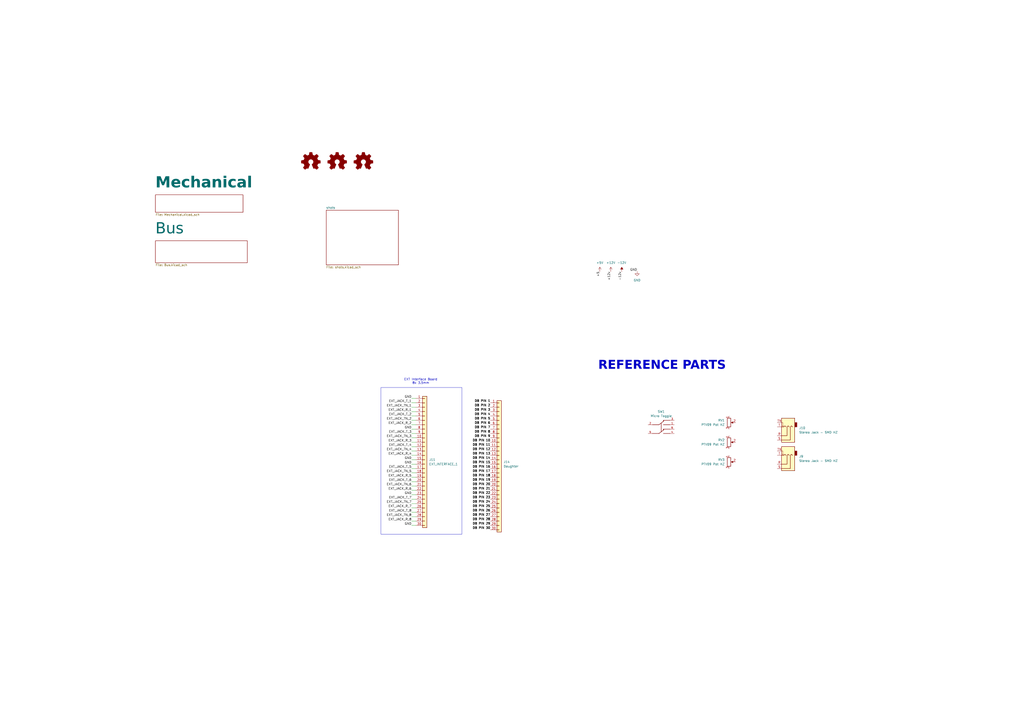
<source format=kicad_sch>
(kicad_sch (version 20231120) (generator "eeschema") (generator_version "8.0")
  (paper "A2")
  (title_block (title "Audio Thing Template") (date "2024-11-13") (rev "1.0") (company "velvia-fifty") (comment 1 "https://github.com/velvia-fifty/AudioThings") (comment 2 "You should have changed this already :)") (comment 4 "Stay humble"))
  (lib_symbols
    (symbol "AT-Symbols:DPDT Micro 1825138-7" (pin_names (offset 1.016))
      (property "Reference" "SW" (at -3.8172 6.362 0))
      (property "Value" "1825138-7" (at -3.8107 -5.7161 0))
      (symbol "DPDT Micro 1825138-7_0_0"
        (polyline (pts (xy -5.08 -2.54) (xy -1.27 -2.54)) (stroke (width 0.254)))
        (polyline (pts (xy -5.08 2.54) (xy -1.27 2.54)) (stroke (width 0.254)))
        (polyline (pts (xy -1.27 -2.54) (xy 1.5875 -0.3175)) (stroke (width 0.254)))
        (polyline (pts (xy -1.27 2.54) (xy 1.5875 4.7625)) (stroke (width 0.254)))
        (polyline (pts (xy 0 3.4925) (xy 0 -1.5875)) (stroke (width 0.254)))
        (polyline (pts (xy 1.27 -2.54) (xy 5.08 -2.54)) (stroke (width 0.254)))
        (polyline (pts (xy 1.27 0) (xy 1.27 -0.635)) (stroke (width 0.254)))
        (polyline (pts (xy 1.27 0) (xy 5.08 0)) (stroke (width 0.254)))
        (polyline (pts (xy 1.27 2.54) (xy 5.08 2.54)) (stroke (width 0.254)))
        (polyline (pts (xy 1.27 5.08) (xy 1.27 4.445)) (stroke (width 0.254)))
        (polyline (pts (xy 1.27 5.08) (xy 5.08 5.08)) (stroke (width 0.254)))
        (pin passive line (at 7.62 2.54 180) (length 2.54) (name "~") (number "1"))
        (pin passive line (at -7.62 2.54 0) (length 2.54) (name "~") (number "2"))
        (pin passive line (at 7.62 5.08 180) (length 2.54) (name "~") (number "3"))
        (pin passive line (at 7.62 -2.54 180) (length 2.54) (name "~") (number "4"))
        (pin passive line (at -7.62 -2.54 0) (length 2.54) (name "~") (number "5"))
        (pin passive line (at 7.62 0 180) (length 2.54) (name "~") (number "6"))
      )
    )
    (symbol "Connector_Audio:AudioJack3_SwitchT"
      (property "Reference" "J" (at 0 8.89 0))
      (property "Value" "AudioJack3_SwitchT" (at 0 6.35 0))
      (symbol "AudioJack3_SwitchT_0_1"
        (rectangle (start -5.08 -5.08) (end -6.35 -7.62) (stroke (width 0.254)) (fill (type outline)))
        (polyline (pts (xy 1.778 -5.334) (xy 2.032 -5.842)))
        (polyline (pts (xy 0 -5.08) (xy 0.635 -5.715) (xy 1.27 -5.08) (xy 2.54 -5.08)) (stroke (width 0.254)))
        (polyline (pts (xy 2.54 -7.62) (xy 1.778 -7.62) (xy 1.778 -5.334) (xy 1.524 -5.842)))
        (polyline (pts (xy -1.905 -5.08) (xy -1.27 -5.715) (xy -0.635 -5.08) (xy -0.635 0) (xy 2.54 0)) (stroke (width 0.254)))
        (polyline (pts (xy 2.54 2.54) (xy -2.54 2.54) (xy -2.54 -5.08) (xy -3.175 -5.715) (xy -3.81 -5.08)) (stroke (width 0.254)))
        (rectangle (start 2.54 3.81) (end -5.08 -10.16) (stroke (width 0.254)) (fill (type background)))
      )
      (symbol "AudioJack3_SwitchT_1_1"
        (pin passive line (at 5.08 0 180) (length 2.54) (name "~") (number "R"))
        (pin passive line (at 5.08 2.54 180) (length 2.54) (name "~") (number "S"))
        (pin passive line (at 5.08 -5.08 180) (length 2.54) (name "~") (number "T"))
        (pin passive line (at 5.08 -7.62 180) (length 2.54) (name "~") (number "TN"))
      )
    )
    (symbol "Connector_Generic:Conn_01x30" (pin_names (offset 1.016) hide)
      (property "Reference" "J" (at 0 38.1 0))
      (property "Value" "Conn_01x30" (at 0 -40.64 0))
      (symbol "Conn_01x30_1_1"
        (rectangle (start -1.27 -37.973) (end 0 -38.227) (stroke (width 0.1524)))
        (rectangle (start -1.27 -35.433) (end 0 -35.687) (stroke (width 0.1524)))
        (rectangle (start -1.27 -32.893) (end 0 -33.147) (stroke (width 0.1524)))
        (rectangle (start -1.27 -30.353) (end 0 -30.607) (stroke (width 0.1524)))
        (rectangle (start -1.27 -27.813) (end 0 -28.067) (stroke (width 0.1524)))
        (rectangle (start -1.27 -25.273) (end 0 -25.527) (stroke (width 0.1524)))
        (rectangle (start -1.27 -22.733) (end 0 -22.987) (stroke (width 0.1524)))
        (rectangle (start -1.27 -20.193) (end 0 -20.447) (stroke (width 0.1524)))
        (rectangle (start -1.27 -17.653) (end 0 -17.907) (stroke (width 0.1524)))
        (rectangle (start -1.27 -15.113) (end 0 -15.367) (stroke (width 0.1524)))
        (rectangle (start -1.27 -12.573) (end 0 -12.827) (stroke (width 0.1524)))
        (rectangle (start -1.27 -10.033) (end 0 -10.287) (stroke (width 0.1524)))
        (rectangle (start -1.27 -7.493) (end 0 -7.747) (stroke (width 0.1524)))
        (rectangle (start -1.27 -4.953) (end 0 -5.207) (stroke (width 0.1524)))
        (rectangle (start -1.27 -2.413) (end 0 -2.667) (stroke (width 0.1524)))
        (rectangle (start -1.27 0.127) (end 0 -0.127) (stroke (width 0.1524)))
        (rectangle (start -1.27 2.667) (end 0 2.413) (stroke (width 0.1524)))
        (rectangle (start -1.27 5.207) (end 0 4.953) (stroke (width 0.1524)))
        (rectangle (start -1.27 7.747) (end 0 7.493) (stroke (width 0.1524)))
        (rectangle (start -1.27 10.287) (end 0 10.033) (stroke (width 0.1524)))
        (rectangle (start -1.27 12.827) (end 0 12.573) (stroke (width 0.1524)))
        (rectangle (start -1.27 15.367) (end 0 15.113) (stroke (width 0.1524)))
        (rectangle (start -1.27 17.907) (end 0 17.653) (stroke (width 0.1524)))
        (rectangle (start -1.27 20.447) (end 0 20.193) (stroke (width 0.1524)))
        (rectangle (start -1.27 22.987) (end 0 22.733) (stroke (width 0.1524)))
        (rectangle (start -1.27 25.527) (end 0 25.273) (stroke (width 0.1524)))
        (rectangle (start -1.27 28.067) (end 0 27.813) (stroke (width 0.1524)))
        (rectangle (start -1.27 30.607) (end 0 30.353) (stroke (width 0.1524)))
        (rectangle (start -1.27 33.147) (end 0 32.893) (stroke (width 0.1524)))
        (rectangle (start -1.27 35.687) (end 0 35.433) (stroke (width 0.1524)))
        (rectangle (start -1.27 36.83) (end 1.27 -39.37) (stroke (width 0.254)) (fill (type background)))
        (pin passive line (at -5.08 35.56 0) (length 3.81) (name "Pin_1") (number "1"))
        (pin passive line (at -5.08 12.7 0) (length 3.81) (name "Pin_10") (number "10"))
        (pin passive line (at -5.08 10.16 0) (length 3.81) (name "Pin_11") (number "11"))
        (pin passive line (at -5.08 7.62 0) (length 3.81) (name "Pin_12") (number "12"))
        (pin passive line (at -5.08 5.08 0) (length 3.81) (name "Pin_13") (number "13"))
        (pin passive line (at -5.08 2.54 0) (length 3.81) (name "Pin_14") (number "14"))
        (pin passive line (at -5.08 0 0) (length 3.81) (name "Pin_15") (number "15"))
        (pin passive line (at -5.08 -2.54 0) (length 3.81) (name "Pin_16") (number "16"))
        (pin passive line (at -5.08 -5.08 0) (length 3.81) (name "Pin_17") (number "17"))
        (pin passive line (at -5.08 -7.62 0) (length 3.81) (name "Pin_18") (number "18"))
        (pin passive line (at -5.08 -10.16 0) (length 3.81) (name "Pin_19") (number "19"))
        (pin passive line (at -5.08 33.02 0) (length 3.81) (name "Pin_2") (number "2"))
        (pin passive line (at -5.08 -12.7 0) (length 3.81) (name "Pin_20") (number "20"))
        (pin passive line (at -5.08 -15.24 0) (length 3.81) (name "Pin_21") (number "21"))
        (pin passive line (at -5.08 -17.78 0) (length 3.81) (name "Pin_22") (number "22"))
        (pin passive line (at -5.08 -20.32 0) (length 3.81) (name "Pin_23") (number "23"))
        (pin passive line (at -5.08 -22.86 0) (length 3.81) (name "Pin_24") (number "24"))
        (pin passive line (at -5.08 -25.4 0) (length 3.81) (name "Pin_25") (number "25"))
        (pin passive line (at -5.08 -27.94 0) (length 3.81) (name "Pin_26") (number "26"))
        (pin passive line (at -5.08 -30.48 0) (length 3.81) (name "Pin_27") (number "27"))
        (pin passive line (at -5.08 -33.02 0) (length 3.81) (name "Pin_28") (number "28"))
        (pin passive line (at -5.08 -35.56 0) (length 3.81) (name "Pin_29") (number "29"))
        (pin passive line (at -5.08 30.48 0) (length 3.81) (name "Pin_3") (number "3"))
        (pin passive line (at -5.08 -38.1 0) (length 3.81) (name "Pin_30") (number "30"))
        (pin passive line (at -5.08 27.94 0) (length 3.81) (name "Pin_4") (number "4"))
        (pin passive line (at -5.08 25.4 0) (length 3.81) (name "Pin_5") (number "5"))
        (pin passive line (at -5.08 22.86 0) (length 3.81) (name "Pin_6") (number "6"))
        (pin passive line (at -5.08 20.32 0) (length 3.81) (name "Pin_7") (number "7"))
        (pin passive line (at -5.08 17.78 0) (length 3.81) (name "Pin_8") (number "8"))
        (pin passive line (at -5.08 15.24 0) (length 3.81) (name "Pin_9") (number "9"))
      )
    )
    (symbol "Device:R_Potentiometer" (pin_names (offset 1.016) hide)
      (property "Reference" "RV" (at -4.445 0 90))
      (property "Value" "R_Potentiometer" (at -2.54 0 90))
      (symbol "R_Potentiometer_0_1"
        (polyline (pts (xy 2.54 0) (xy 1.524 0)))
        (polyline (pts (xy 1.143 0) (xy 2.286 0.508) (xy 2.286 -0.508) (xy 1.143 0)) (fill (type outline)))
        (rectangle (start 1.016 2.54) (end -1.016 -2.54) (stroke (width 0.254)))
      )
      (symbol "R_Potentiometer_1_1"
        (pin passive line (at 0 3.81 270) (length 1.27) (name "1") (number "1"))
        (pin passive line (at 3.81 0 180) (length 1.27) (name "2") (number "2"))
        (pin passive line (at 0 -3.81 90) (length 1.27) (name "3") (number "3"))
      )
    )
    (symbol "Graphic:Logo_Open_Hardware_Small" (in_bom no) (on_board no)
      (symbol "Logo_Open_Hardware_Small_0_1"
        (polyline (pts (xy 3.3528 -4.3434) (xy 3.302 -4.318) (xy 3.175 -4.2418) (xy 2.9972 -4.1148) (xy 2.7686 -3.9624) (xy 2.54 -3.81) (xy 2.3622 -3.7084) (xy 2.2352 -3.6068) (xy 2.1844 -3.5814) (xy 2.159 -3.6068) (xy 2.0574 -3.6576) (xy 1.905 -3.7338) (xy 1.8034 -3.7846) (xy 1.6764 -3.8354) (xy 1.6002 -3.8354) (xy 1.6002 -3.8354) (xy 1.5494 -3.7338) (xy 1.4732 -3.5306) (xy 1.3462 -3.302) (xy 1.2446 -3.0226) (xy 1.1176 -2.7178) (xy 0.9652 -2.413) (xy 0.8636 -2.1082) (xy 0.7366 -1.8288) (xy 0.6604 -1.6256) (xy 0.6096 -1.4732) (xy 0.5842 -1.397) (xy 0.5842 -1.397) (xy 0.6604 -1.3208) (xy 0.7874 -1.2446) (xy 1.0414 -1.016) (xy 1.2954 -0.6858) (xy 1.4478 -0.3302) (xy 1.524 0.0762) (xy 1.4732 0.4572) (xy 1.3208 0.8128) (xy 1.0668 1.143) (xy 0.762 1.3716) (xy 0.4064 1.524) (xy 0 1.5748) (xy -0.381 1.5494) (xy -0.7366 1.397) (xy -1.0668 1.143) (xy -1.2192 0.9906) (xy -1.397 0.6604) (xy -1.524 0.3048) (xy -1.524 0.2286) (xy -1.4986 -0.1778) (xy -1.397 -0.5334) (xy -1.1938 -0.8636) (xy -0.9144 -1.143) (xy -0.8636 -1.1684) (xy -0.7366 -1.27) (xy -0.635 -1.3462) (xy -0.5842 -1.397) (xy -1.0668 -2.5908) (xy -1.143 -2.794) (xy -1.2954 -3.1242) (xy -1.397 -3.4036) (xy -1.4986 -3.6322) (xy -1.5748 -3.7846) (xy -1.6002 -3.8354) (xy -1.6002 -3.8354) (xy -1.651 -3.8354) (xy -1.7272 -3.81) (xy -1.905 -3.7338) (xy -2.0066 -3.683) (xy -2.1336 -3.6068) (xy -2.2098 -3.5814) (xy -2.2606 -3.6068) (xy -2.3622 -3.683) (xy -2.54 -3.81) (xy -2.7686 -3.9624) (xy -2.9718 -4.0894) (xy -3.1496 -4.2164) (xy -3.302 -4.318) (xy -3.3528 -4.3434) (xy -3.3782 -4.3434) (xy -3.429 -4.318) (xy -3.5306 -4.2164) (xy -3.7084 -4.064) (xy -3.937 -3.8354) (xy -3.9624 -3.81) (xy -4.1656 -3.6068) (xy -4.318 -3.4544) (xy -4.4196 -3.3274) (xy -4.445 -3.2766) (xy -4.445 -3.2766) (xy -4.4196 -3.2258) (xy -4.318 -3.0734) (xy -4.2164 -2.8956) (xy -4.064 -2.667) (xy -3.6576 -2.0828) (xy -3.8862 -1.5494) (xy -3.937 -1.3716) (xy -4.0386 -1.1684) (xy -4.0894 -1.0414) (xy -4.1148 -0.9652) (xy -4.191 -0.9398) (xy -4.318 -0.9144) (xy -4.5466 -0.8636) (xy -4.8006 -0.8128) (xy -5.0546 -0.7874) (xy -5.2578 -0.7366) (xy -5.4356 -0.7112) (xy -5.5118 -0.6858) (xy -5.5118 -0.6858) (xy -5.5372 -0.635) (xy -5.5372 -0.5588) (xy -5.5372 -0.4318) (xy -5.5626 -0.2286) (xy -5.5626 0.0762) (xy -5.5626 0.127) (xy -5.5372 0.4064) (xy -5.5372 0.635) (xy -5.5372 0.762) (xy -5.5372 0.8382) (xy -5.5372 0.8382) (xy -5.461 0.8382) (xy -5.3086 0.889) (xy -5.08 0.9144) (xy -4.826 0.9652) (xy -4.8006 0.9906) (xy -4.5466 1.0414) (xy -4.318 1.0668) (xy -4.1656 1.1176) (xy -4.0894 1.143) (xy -4.0894 1.143) (xy -4.0386 1.2446) (xy -3.9624 1.4224) (xy -3.8608 1.6256) (xy -3.7846 1.8288) (xy -3.7084 2.0066) (xy -3.6576 2.159) (xy -3.6322 2.2098) (xy -3.6322 2.2098) (xy -3.683 2.286) (xy -3.7592 2.413) (xy -3.8862 2.5908) (xy -4.064 2.8194) (xy -4.064 2.8448) (xy -4.2164 3.0734) (xy -4.3434 3.2512) (xy -4.4196 3.3782) (xy -4.445 3.4544) (xy -4.445 3.4544) (xy -4.3942 3.5052) (xy -4.2926 3.6322) (xy -4.1148 3.81) (xy -3.937 4.0132) (xy -3.8608 4.064) (xy -3.6576 4.2926) (xy -3.5052 4.4196) (xy -3.4036 4.4958) (xy -3.3528 4.5212) (xy -3.3528 4.5212) (xy -3.302 4.4704) (xy -3.1496 4.3688) (xy -2.9718 4.2418) (xy -2.7432 4.0894) (xy -2.7178 4.0894) (xy -2.4892 3.937) (xy -2.3114 3.81) (xy -2.1844 3.7084) (xy -2.1336 3.683) (xy -2.1082 3.683) (xy -2.032 3.7084) (xy -1.8542 3.7592) (xy -1.6764 3.8354) (xy -1.4732 3.937) (xy -1.27 4.0132) (xy -1.143 4.064) (xy -1.0668 4.1148) (xy -1.0668 4.1148) (xy -1.0414 4.191) (xy -1.016 4.3434) (xy -0.9652 4.572) (xy -0.9144 4.8514) (xy -0.889 4.9022) (xy -0.8382 5.1562) (xy -0.8128 5.3848) (xy -0.7874 5.5372) (xy -0.762 5.588) (xy -0.7112 5.6134) (xy -0.5842 5.6134) (xy -0.4064 5.6134) (xy -0.1524 5.6134) (xy 0.0762 5.6134) (xy 0.3302 5.6134) (xy 0.5334 5.6134) (xy 0.6858 5.588) (xy 0.7366 5.588) (xy 0.7366 5.588) (xy 0.762 5.5118) (xy 0.8128 5.334) (xy 0.8382 5.1054) (xy 0.9144 4.826) (xy 0.9144 4.7752) (xy 0.9652 4.5212) (xy 1.016 4.2926) (xy 1.0414 4.1402) (xy 1.0668 4.0894) (xy 1.0668 4.0894) (xy 1.1938 4.0386) (xy 1.3716 3.9624) (xy 1.5748 3.8608) (xy 2.0828 3.6576) (xy 2.7178 4.0894) (xy 2.7686 4.1402) (xy 2.9972 4.2926) (xy 3.175 4.4196) (xy 3.302 4.4958) (xy 3.3782 4.5212) (xy 3.3782 4.5212) (xy 3.429 4.4704) (xy 3.556 4.3434) (xy 3.7338 4.191) (xy 3.9116 3.9878) (xy 4.064 3.8354) (xy 4.2418 3.6576) (xy 4.3434 3.556) (xy 4.4196 3.4798) (xy 4.4196 3.429) (xy 4.4196 3.4036) (xy 4.3942 3.3274) (xy 4.2926 3.2004) (xy 4.1656 2.9972) (xy 4.0132 2.794) (xy 3.8862 2.5908) (xy 3.7592 2.3876) (xy 3.6576 2.2352) (xy 3.6322 2.159) (xy 3.6322 2.1336) (xy 3.683 2.0066) (xy 3.7592 1.8288) (xy 3.8608 1.6002) (xy 4.064 1.1176) (xy 4.3942 1.0414) (xy 4.5974 1.016) (xy 4.8768 0.9652) (xy 5.1308 0.9144) (xy 5.5372 0.8382) (xy 5.5626 -0.6604) (xy 5.4864 -0.6858) (xy 5.4356 -0.6858) (xy 5.2832 -0.7366) (xy 5.0546 -0.762) (xy 4.8006 -0.8128) (xy 4.5974 -0.8636) (xy 4.3688 -0.9144) (xy 4.2164 -0.9398) (xy 4.1402 -0.9398) (xy 4.1148 -0.9652) (xy 4.064 -1.0668) (xy 3.9878 -1.2446) (xy 3.9116 -1.4478) (xy 3.81 -1.651) (xy 3.7338 -1.8542) (xy 3.683 -2.0066) (xy 3.6576 -2.0828) (xy 3.683 -2.1336) (xy 3.7846 -2.2606) (xy 3.8862 -2.4638) (xy 4.0386 -2.667) (xy 4.191 -2.8956) (xy 4.318 -3.0734) (xy 4.3942 -3.2004) (xy 4.445 -3.2766) (xy 4.4196 -3.3274) (xy 4.3434 -3.429) (xy 4.1656 -3.5814) (xy 3.937 -3.8354) (xy 3.8862 -3.8608) (xy 3.683 -4.064) (xy 3.5306 -4.2164) (xy 3.4036 -4.318) (xy 3.3528 -4.3434)) (fill (type outline)))
      )
    )
    (symbol "power:+12V" (power) (pin_numbers hide) (pin_names (offset 0) hide)
      (property "Value" "+12V" (at 0 3.556 0))
      (symbol "+12V_0_1"
        (polyline (pts (xy -0.762 1.27) (xy 0 2.54)))
        (polyline (pts (xy 0 0) (xy 0 2.54)))
        (polyline (pts (xy 0 2.54) (xy 0.762 1.27)))
      )
      (symbol "+12V_1_1"
        (pin power_in line (at 0 0 90) (length 0) (name "~") (number "1"))
      )
    )
    (symbol "power:+5V" (power) (pin_numbers hide) (pin_names (offset 0) hide)
      (property "Value" "+5V" (at 0 3.556 0))
      (symbol "+5V_0_1"
        (polyline (pts (xy -0.762 1.27) (xy 0 2.54)))
        (polyline (pts (xy 0 0) (xy 0 2.54)))
        (polyline (pts (xy 0 2.54) (xy 0.762 1.27)))
      )
      (symbol "+5V_1_1"
        (pin power_in line (at 0 0 90) (length 0) (name "~") (number "1"))
      )
    )
    (symbol "power:-12V" (power) (pin_numbers hide) (pin_names (offset 0) hide)
      (property "Value" "-12V" (at 0 3.556 0))
      (symbol "-12V_0_0"
        (pin power_in line (at 0 0 90) (length 0) (name "~") (number "1"))
      )
      (symbol "-12V_0_1"
        (polyline (pts (xy 0 0) (xy 0 1.27) (xy 0.762 1.27) (xy 0 2.54) (xy -0.762 1.27) (xy 0 1.27)) (fill (type outline)))
      )
    )
    (symbol "power:GND" (power) (pin_numbers hide) (pin_names (offset 0) hide)
      (property "Value" "GND" (at 0 -3.81 0))
      (symbol "GND_0_1"
        (polyline (pts (xy 0 0) (xy 0 -1.27) (xy 1.27 -1.27) (xy 0 -2.54) (xy -1.27 -1.27) (xy 0 -1.27)))
      )
      (symbol "GND_1_1"
        (pin power_in line (at 0 0 270) (length 0) (name "~") (number "1"))
      )
    )
  )
  (wire (pts (xy 241.3 284.48) (xy 238.76 284.48)))
  (wire (pts (xy 241.3 261.62) (xy 238.76 261.62)))
  (wire (pts (xy 241.3 289.56) (xy 238.76 289.56)))
  (wire (pts (xy 241.3 271.78) (xy 238.76 271.78)))
  (wire (pts (xy 241.3 231.14) (xy 238.76 231.14)))
  (wire (pts (xy 241.3 233.68) (xy 238.76 233.68)))
  (wire (pts (xy 241.3 251.46) (xy 238.76 251.46)))
  (wire (pts (xy 241.3 266.7) (xy 238.76 266.7)))
  (wire (pts (xy 241.3 256.54) (xy 238.76 256.54)))
  (wire (pts (xy 241.3 238.76) (xy 238.76 238.76)))
  (wire (pts (xy 241.3 254) (xy 238.76 254)))
  (wire (pts (xy 241.3 259.08) (xy 238.76 259.08)))
  (wire (pts (xy 241.3 248.92) (xy 238.76 248.92)))
  (wire (pts (xy 241.3 241.3) (xy 238.76 241.3)))
  (wire (pts (xy 241.3 236.22) (xy 238.76 236.22)))
  (wire (pts (xy 241.3 264.16) (xy 238.76 264.16)))
  (wire (pts (xy 241.3 304.8) (xy 238.76 304.8)))
  (wire (pts (xy 241.3 281.94) (xy 238.76 281.94)))
  (wire (pts (xy 241.3 279.4) (xy 238.76 279.4)))
  (wire (pts (xy 241.3 274.32) (xy 238.76 274.32)))
  (wire (pts (xy 241.3 243.84) (xy 238.76 243.84)))
  (wire (pts (xy 241.3 297.18) (xy 238.76 297.18)))
  (wire (pts (xy 241.3 269.24) (xy 238.76 269.24)))
  (wire (pts (xy 241.3 299.72) (xy 238.76 299.72)))
  (wire (pts (xy 241.3 302.26) (xy 238.76 302.26)))
  (wire (pts (xy 241.3 294.64) (xy 238.76 294.64)))
  (wire (pts (xy 241.3 276.86) (xy 238.76 276.86)))
  (wire (pts (xy 241.3 246.38) (xy 238.76 246.38)))
  (wire (pts (xy 241.3 287.02) (xy 238.76 287.02)))
  (wire (pts (xy 241.3 292.1) (xy 238.76 292.1)))
  (rectangle (start 220.98 224.79) (end 267.97 309.88))
  (text "REFERENCE PARTS" (at 384.048 213.36 0) (effects (font (size 5.08 5.08) (thickness 1.016) (bold yes))))
  (text "EXT Interface Board\n8x 3.5mm" (at 244.094 221.234 0) (effects (font (size 1.27 1.27))))
  (label "+5" (at 347.98 157.48 270))
  (label "EXT_JACK_TN_1" (at 238.76 236.22 180))
  (label "GND" (at 238.76 266.7 180))
  (label "EXT_JACK_T_4" (at 238.76 259.08 180))
  (label "GND" (at 238.76 231.14 180))
  (label "DB PIN 8" (at 284.48 251.46 180) (effects (font (thickness 0.254) (bold yes))))
  (label "DB PIN 28" (at 284.48 302.26 180) (effects (font (thickness 0.254) (bold yes))))
  (label "DB PIN 20" (at 284.48 281.94 180) (effects (font (thickness 0.254) (bold yes))))
  (label "DB PIN 11" (at 284.48 259.08 180) (effects (font (thickness 0.254) (bold yes))))
  (label "EXT_JACK_T_3" (at 238.76 251.46 180))
  (label "GND" (at 238.76 248.92 180))
  (label "EXT_JACK_TN_4" (at 238.76 261.62 180))
  (label "DB PIN 14" (at 284.48 266.7 180) (effects (font (thickness 0.254) (bold yes))))
  (label "DB PIN 24" (at 284.48 292.1 180) (effects (font (thickness 0.254) (bold yes))))
  (label "EXT_JACK_R_3" (at 238.76 256.54 180))
  (label "DB PIN 3" (at 284.48 238.76 180) (effects (font (thickness 0.254) (bold yes))))
  (label "DB PIN 13" (at 284.48 264.16 180) (effects (font (thickness 0.254) (bold yes))))
  (label "-12v" (at 360.68 157.48 270))
  (label "DB PIN 18" (at 284.48 276.86 180) (effects (font (thickness 0.254) (bold yes))))
  (label "EXT_JACK_R_2" (at 238.76 246.38 180))
  (label "EXT_JACK_R_8" (at 238.76 302.26 180))
  (label "GND" (at 369.57 157.48 180))
  (label "EXT_JACK_T_2" (at 238.76 241.3 180))
  (label "GND" (at 238.76 287.02 180))
  (label "EXT_JACK_T_5" (at 238.76 271.78 180))
  (label "EXT_JACK_TN_7" (at 238.76 292.1 180))
  (label "DB PIN 10" (at 284.48 256.54 180) (effects (font (thickness 0.254) (bold yes))))
  (label "DB PIN 30" (at 284.48 307.34 180) (effects (font (thickness 0.254) (bold yes))))
  (label "EXT_JACK_TN_5" (at 238.76 274.32 180))
  (label "EXT_JACK_TN_2" (at 238.76 243.84 180))
  (label "EXT_JACK_TN_8" (at 238.76 299.72 180))
  (label "EXT_JACK_R_7" (at 238.76 294.64 180))
  (label "DB PIN 7" (at 284.48 248.92 180) (effects (font (thickness 0.254) (bold yes))))
  (label "DB PIN 9" (at 284.48 254 180) (effects (font (thickness 0.254) (bold yes))))
  (label "EXT_JACK_R_4" (at 238.76 264.16 180))
  (label "DB PIN 1" (at 284.48 233.68 180) (effects (font (thickness 0.254) (bold yes))))
  (label "DB PIN 2" (at 284.48 236.22 180) (effects (font (thickness 0.254) (bold yes))))
  (label "GND" (at 238.76 269.24 180))
  (label "GND" (at 238.76 304.8 180))
  (label "DB PIN 15" (at 284.48 269.24 180) (effects (font (thickness 0.254) (bold yes))))
  (label "DB PIN 19" (at 284.48 279.4 180) (effects (font (thickness 0.254) (bold yes))))
  (label "EXT_JACK_TN_6" (at 238.76 281.94 180))
  (label "DB PIN 21" (at 284.48 284.48 180) (effects (font (thickness 0.254) (bold yes))))
  (label "DB PIN 4" (at 284.48 241.3 180) (effects (font (thickness 0.254) (bold yes))))
  (label "DB PIN 25" (at 284.48 294.64 180) (effects (font (thickness 0.254) (bold yes))))
  (label "DB PIN 12" (at 284.48 261.62 180) (effects (font (thickness 0.254) (bold yes))))
  (label "DB PIN 29" (at 284.48 304.8 180) (effects (font (thickness 0.254) (bold yes))))
  (label "DB PIN 22" (at 284.48 287.02 180) (effects (font (thickness 0.254) (bold yes))))
  (label "EXT_JACK_R_1" (at 238.76 238.76 180))
  (label "EXT_JACK_R_6" (at 238.76 284.48 180))
  (label "EXT_JACK_T_6" (at 238.76 279.4 180))
  (label "DB PIN 6" (at 284.48 246.38 180) (effects (font (thickness 0.254) (bold yes))))
  (label "EXT_JACK_TN_3" (at 238.76 254 180))
  (label "+12v" (at 354.33 157.48 270))
  (label "DB PIN 16" (at 284.48 271.78 180) (effects (font (thickness 0.254) (bold yes))))
  (label "DB PIN 23" (at 284.48 289.56 180) (effects (font (thickness 0.254) (bold yes))))
  (label "EXT_JACK_T_8" (at 238.76 297.18 180))
  (label "EXT_JACK_T_1" (at 238.76 233.68 180))
  (label "EXT_JACK_R_5" (at 238.76 276.86 180))
  (label "DB PIN 5" (at 284.48 243.84 180) (effects (font (thickness 0.254) (bold yes))))
  (label "DB PIN 17" (at 284.48 274.32 180) (effects (font (thickness 0.254) (bold yes))))
  (label "DB PIN 27" (at 284.48 299.72 180) (effects (font (thickness 0.254) (bold yes))))
  (label "EXT_JACK_T_7" (at 238.76 289.56 180))
  (label "DB PIN 26" (at 284.48 297.18 180) (effects (font (thickness 0.254) (bold yes))))
  (symbol (lib_id "power:-12V") (at 360.68 157.48 0) (unit 1)
    (property "Reference" "#PWR023" (effects (hide yes)))
    (property "Value" "-12V" (at 360.68 152.4 0))
    (property "Description" "Power symbol creates a global label with name \"-12V\"" (effects (hide yes)))
  )
  (symbol (lib_id "Device:R_Potentiometer") (at 422.91 245.11 0) (unit 1)
    (property "Reference" "RV1" (at 420.37 243.8399 0) (effects (justify right)))
    (property "Value" "PTV09 Pot HZ" (at 420.37 246.3799 0) (effects (justify right)))
    (property "Footprint" "AT-Footprints:Potentiometer_Bourns_PTV09A-2_Single_Horizontal" (effects (hide yes)))
    (property "Description" "Potentiometer" (effects (hide yes)))
  )
  (symbol (lib_id "Device:R_Potentiometer") (at 422.91 267.97 0) (unit 1)
    (property "Reference" "RV3" (at 420.37 266.6999 0) (effects (justify right)))
    (property "Value" "PTV09 Pot HZ" (at 420.37 269.2399 0) (effects (justify right)))
    (property "Footprint" "AT-Footprints:Potentiometer_Bourns_PTV09A-2_Single_Horizontal" (effects (hide yes)))
    (property "Description" "Potentiometer" (effects (hide yes)))
  )
  (symbol (lib_id "Graphic:Logo_Open_Hardware_Small") (at 210.82 93.98 0) (unit 1) (exclude_from_sim yes) (in_bom no) (on_board no)
    (property "Reference" "#SYM3" (effects (hide yes)))
    (property "Value" "CC" (effects (hide yes)))
    (property "Footprint" "Symbol:Symbol_CreativeCommons_SilkScreenTop_Type2_Big" (effects (hide yes)))
    (property "Description" "CC" (effects (hide yes)))
  )
  (symbol (lib_id "power:+5V") (at 347.98 157.48 0) (unit 1)
    (property "Reference" "#PWR021" (effects (hide yes)))
    (property "Value" "+5V" (at 347.98 152.4 0))
    (property "Description" "Power symbol creates a global label with name \"+5V\"" (effects (hide yes)))
  )
  (symbol (lib_id "Connector_Generic:Conn_01x30") (at 289.56 269.24 0) (unit 1)
    (property "Reference" "J14" (at 292.1 267.9699 0) (effects (justify left)))
    (property "Value" "Daughter" (at 292.1 270.5099 0) (effects (justify left)))
    (property "Footprint" "AT-Footprints:AMPHENOL_SFV30R-4STE1HLF - FFC - 30 RA" (effects (hide yes)))
    (property "Description" "Generic connector, single row, 01x30, script generated (kicad-library-utils/schlib/autogen/connector/)" (effects (hide yes)))
  )
  (symbol (lib_id "power:GND") (at 369.57 157.48 0) (unit 1)
    (property "Reference" "#PWR024" (effects (hide yes)))
    (property "Value" "GND" (at 369.57 162.56 0))
    (property "Description" "Power symbol creates a global label with name \"GND\" , ground" (effects (hide yes)))
  )
  (symbol (lib_id "power:+12V") (at 354.33 157.48 0) (unit 1)
    (property "Reference" "#PWR022" (effects (hide yes)))
    (property "Value" "+12V" (at 354.33 152.4 0))
    (property "Description" "Power symbol creates a global label with name \"+12V\"" (effects (hide yes)))
  )
  (symbol (lib_id "AT-Symbols:DPDT Micro 1825138-7") (at 383.54 248.92 0) (unit 1)
    (property "Reference" "SW1" (at 383.54 238.76 0))
    (property "Value" "Micro Toggle" (at 383.54 241.3 0))
    (property "Footprint" "AT-Footprints:DPDT Micro SW_1825138-7" (effects (hide yes)))
    (property "Description" "TE Part" (effects (hide yes)))
    (property "PARTREV" "A5" (effects (hide yes)))
    (property "STANDARD" "Manufacturer recommendations" (effects (hide yes)))
    (property "MANUFACTURER" "TE Connectivity" (effects (hide yes)))
  )
  (symbol (lib_id "Connector_Audio:AudioJack3_SwitchT") (at 455.93 269.24 180) (unit 1)
    (property "Reference" "J9" (at 463.55 264.7949 0) (effects (justify right)))
    (property "Value" "Stereo Jack - SMD HZ" (at 463.55 267.3349 0) (effects (justify right)))
    (property "Footprint" "AT-Footprints:SMD_STEREO_CUI_SJ-3524-SMT_Horizontal" (effects (hide yes)))
    (property "Description" "Audio Jack, 3 Poles (Stereo / TRS), Switched T Pole (Normalling)" (effects (hide yes)))
  )
  (symbol (lib_id "Graphic:Logo_Open_Hardware_Small") (at 195.58 93.98 0) (unit 1) (exclude_from_sim yes) (in_bom no) (on_board no)
    (property "Reference" "#SYM2" (effects (hide yes)))
    (property "Value" "Logo Kicad" (effects (hide yes)))
    (property "Footprint" "Symbol:KiCad-Logo2_5mm_SilkScreen" (effects (hide yes)))
    (property "Description" "Logo Kicadx" (effects (hide yes)))
  )
  (symbol (lib_id "Graphic:Logo_Open_Hardware_Small") (at 180.34 93.98 0) (unit 1) (exclude_from_sim yes) (in_bom no)
    (property "Reference" "#SYM1" (effects (hide yes)))
    (property "Value" "Logo_Open_Hardware_Small" (effects (hide yes)))
    (property "Footprint" "Symbol:OSHW-Logo2_7.3x6mm_SilkScreen" (effects (hide yes)))
    (property "Description" "Open Hardware logo, small" (effects (hide yes)))
  )
  (symbol (lib_id "Connector_Generic:Conn_01x30") (at 246.38 266.7 0) (unit 1)
    (property "Reference" "J11" (at 248.92 266.6999 0) (effects (justify left)))
    (property "Value" "EXT_INTERFACE_1" (at 248.92 269.2399 0) (effects (justify left)))
    (property "Footprint" "AT-Footprints:AMPHENOL_SFV30R-4STE1HLF - FFC - 30 RA" (effects (hide yes)))
    (property "Description" "Generic connector, single row, 01x30, script generated (kicad-library-utils/schlib/autogen/connector/)" (effects (hide yes)))
  )
  (symbol (lib_id "Device:R_Potentiometer") (at 422.91 256.54 0) (unit 1)
    (property "Reference" "RV2" (at 420.37 255.2699 0) (effects (justify right)))
    (property "Value" "PTV09 Pot HZ" (at 420.37 257.8099 0) (effects (justify right)))
    (property "Footprint" "AT-Footprints:Potentiometer_Bourns_PTV09A-2_Single_Horizontal" (effects (hide yes)))
    (property "Description" "Potentiometer" (effects (hide yes)))
  )
  (symbol (lib_id "Connector_Audio:AudioJack3_SwitchT") (at 455.93 252.73 180) (unit 1)
    (property "Reference" "J10" (at 463.55 248.2849 0) (effects (justify right)))
    (property "Value" "Stereo Jack - SMD HZ" (at 463.55 250.8249 0) (effects (justify right)))
    (property "Footprint" "AT-Footprints:SMD_STEREO_CUI_SJ-3524-SMT_Horizontal" (effects (hide yes)))
    (property "Description" "Audio Jack, 3 Poles (Stereo / TRS), Switched T Pole (Normalling)" (effects (hide yes)))
  )
  (sheet (at 189.23 121.92) (size 41.91 31.75) (stroke (width 0.1524))
    (property "Sheetname" "shots" (at 189.23 121.2084 0) (effects (justify left bottom)))
    (property "Sheetfile" "shots.kicad_sch" (at 189.23 154.2546 0) (effects (justify left top)))
  )
  (sheet (at 90.17 113.03) (size 50.8 10.16) (stroke (width 0.1524))
    (property "Sheetname" "Mechanical" (at 90.17 109.7784 0) (effects (font (size 6.35 6.35) (thickness 1.27) (bold yes)) (justify left bottom)))
    (property "Sheetfile" "Mechanical.kicad_sch" (at 90.17 123.7746 0) (effects (justify left top)))
  )
  (sheet (at 90.17 139.7) (size 53.34 12.7) (stroke (width 0.1524))
    (property "Sheetname" "Bus" (at 90.17 136.4484 0) (effects (font (size 6.35 6.35)) (justify left bottom)))
    (property "Sheetfile" "Bus.kicad_sch" (at 90.17 152.9846 0) (effects (justify left top)))
  )
)
</source>
